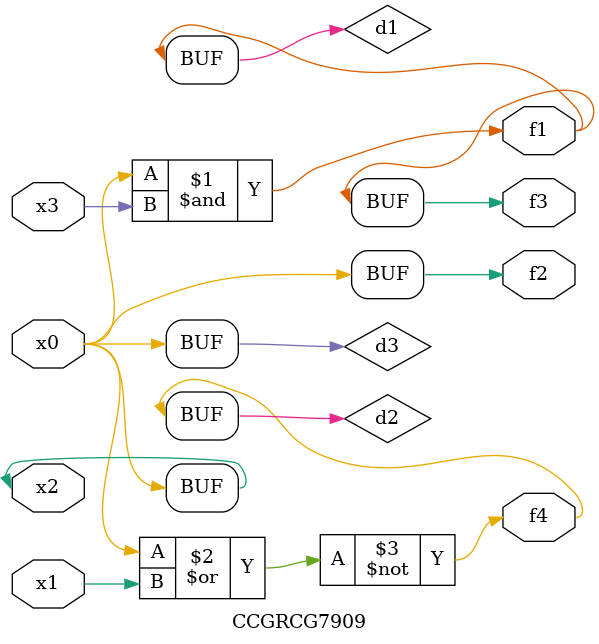
<source format=v>
module CCGRCG7909(
	input x0, x1, x2, x3,
	output f1, f2, f3, f4
);

	wire d1, d2, d3;

	and (d1, x2, x3);
	nor (d2, x0, x1);
	buf (d3, x0, x2);
	assign f1 = d1;
	assign f2 = d3;
	assign f3 = d1;
	assign f4 = d2;
endmodule

</source>
